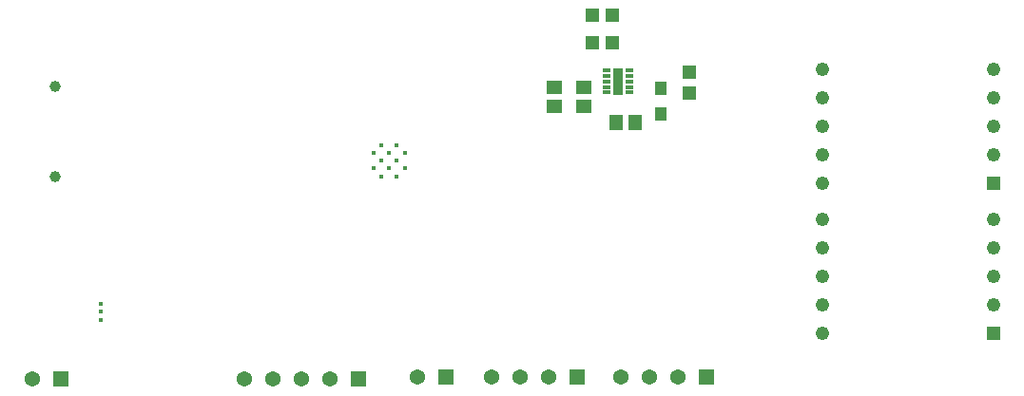
<source format=gbr>
G04*
G04 #@! TF.GenerationSoftware,Altium Limited,Altium Designer,24.7.2 (38)*
G04*
G04 Layer_Color=255*
%FSLAX25Y25*%
%MOIN*%
G70*
G04*
G04 #@! TF.SameCoordinates,557B2C77-FFCE-42D9-A2FA-4134FEC932EB*
G04*
G04*
G04 #@! TF.FilePolarity,Positive*
G04*
G01*
G75*
%ADD23R,0.04724X0.04724*%
%ADD29R,0.04940X0.05733*%
%ADD30R,0.03937X0.04528*%
%ADD31R,0.05733X0.04940*%
G04:AMPARAMS|DCode=32|XSize=29.13mil|YSize=10.63mil|CornerRadius=0.37mil|HoleSize=0mil|Usage=FLASHONLY|Rotation=0.000|XOffset=0mil|YOffset=0mil|HoleType=Round|Shape=RoundedRectangle|*
%AMROUNDEDRECTD32*
21,1,0.02913,0.00989,0,0,0.0*
21,1,0.02839,0.01063,0,0,0.0*
1,1,0.00074,0.01420,-0.00494*
1,1,0.00074,-0.01420,-0.00494*
1,1,0.00074,-0.01420,0.00494*
1,1,0.00074,0.01420,0.00494*
%
%ADD32ROUNDEDRECTD32*%
%ADD36R,0.04724X0.04724*%
%ADD63R,0.03307X0.09449*%
%ADD69C,0.01575*%
%ADD70C,0.03937*%
%ADD71C,0.05394*%
%ADD72R,0.05394X0.05394*%
%ADD73R,0.04795X0.04795*%
%ADD74C,0.04795*%
D23*
X247500Y127543D02*
D03*
Y120457D02*
D03*
D29*
X221749Y110000D02*
D03*
X228251D02*
D03*
D30*
X237500Y122126D02*
D03*
Y112874D02*
D03*
D31*
X210500Y115749D02*
D03*
Y122251D02*
D03*
X200000Y115749D02*
D03*
Y122251D02*
D03*
D32*
X218483Y120503D02*
D03*
Y122472D02*
D03*
Y124440D02*
D03*
Y126409D02*
D03*
Y128377D02*
D03*
X226517D02*
D03*
Y126409D02*
D03*
Y124440D02*
D03*
Y122472D02*
D03*
Y120503D02*
D03*
D36*
X213457Y138000D02*
D03*
X220543D02*
D03*
Y147500D02*
D03*
X213457D02*
D03*
D63*
X222500Y124440D02*
D03*
D69*
X144902Y91094D02*
D03*
X139390Y91094D02*
D03*
X144902Y96606D02*
D03*
X139390Y96606D02*
D03*
X144902Y102118D02*
D03*
X139390Y102118D02*
D03*
X147658Y93850D02*
D03*
X142146D02*
D03*
X136634Y93850D02*
D03*
X147658Y99362D02*
D03*
X136634Y99362D02*
D03*
X142146Y99362D02*
D03*
X41000Y46440D02*
D03*
X222500Y121500D02*
D03*
Y124440D02*
D03*
Y127380D02*
D03*
X41000Y43500D02*
D03*
Y40560D02*
D03*
D70*
X25205Y122488D02*
D03*
Y90992D02*
D03*
D71*
X178000Y20500D02*
D03*
X188000D02*
D03*
X198000D02*
D03*
X17000Y20000D02*
D03*
X152000Y20500D02*
D03*
X91500Y20000D02*
D03*
X101500D02*
D03*
X111500D02*
D03*
X121500D02*
D03*
X223500Y20500D02*
D03*
X233500D02*
D03*
X243500D02*
D03*
D72*
X208000D02*
D03*
X27000Y20000D02*
D03*
X162000Y20500D02*
D03*
X131500Y20000D02*
D03*
X253500Y20500D02*
D03*
D73*
X354000Y36000D02*
D03*
Y88500D02*
D03*
D74*
Y46000D02*
D03*
Y56000D02*
D03*
Y66000D02*
D03*
Y76000D02*
D03*
X294000D02*
D03*
Y66000D02*
D03*
Y56000D02*
D03*
Y46000D02*
D03*
Y36000D02*
D03*
X354000Y98500D02*
D03*
Y108500D02*
D03*
Y118500D02*
D03*
Y128500D02*
D03*
X294000D02*
D03*
Y118500D02*
D03*
Y108500D02*
D03*
Y98500D02*
D03*
Y88500D02*
D03*
M02*

</source>
